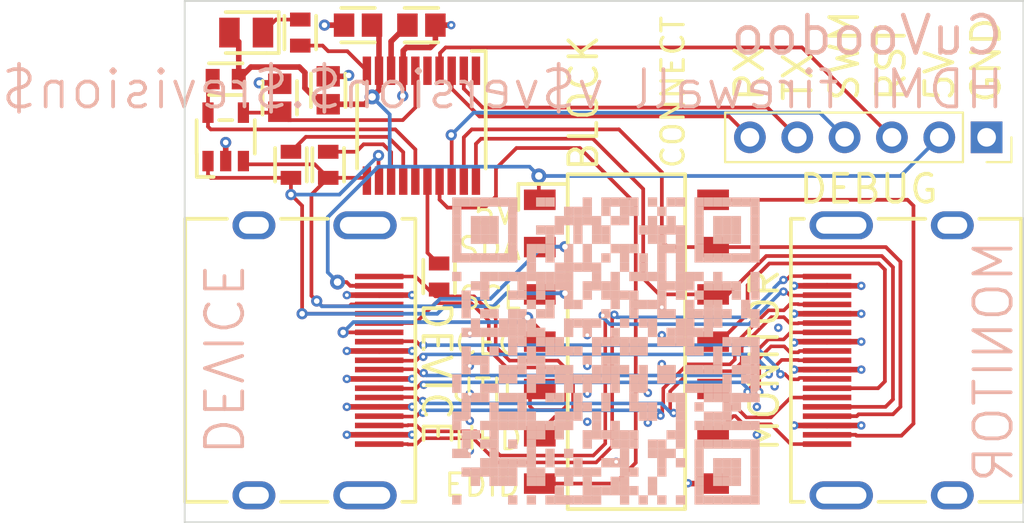
<source format=kicad_pcb>
(kicad_pcb (version 20211014) (generator pcbnew)

  (general
    (thickness 1.59)
  )

  (paper "A4")
  (title_block
    (date "$date$")
    (rev "$version$.$revision$")
    (company "CuVoodoo")
    (comment 1 "King Kévin")
    (comment 2 "CERN-OHL-S")
  )

  (layers
    (0 "F.Cu" signal)
    (1 "In1.Cu" power)
    (2 "In2.Cu" power)
    (31 "B.Cu" signal)
    (33 "F.Adhes" user "F.Adhesive")
    (35 "F.Paste" user)
    (36 "B.SilkS" user "B.Silkscreen")
    (37 "F.SilkS" user "F.Silkscreen")
    (38 "B.Mask" user)
    (39 "F.Mask" user)
    (44 "Edge.Cuts" user)
    (45 "Margin" user)
    (46 "B.CrtYd" user "B.Courtyard")
    (47 "F.CrtYd" user "F.Courtyard")
    (48 "B.Fab" user)
    (49 "F.Fab" user)
  )

  (setup
    (stackup
      (layer "F.SilkS" (type "Top Silk Screen") (color "White"))
      (layer "F.Paste" (type "Top Solder Paste"))
      (layer "F.Mask" (type "Top Solder Mask") (color "Green") (thickness 0.01))
      (layer "F.Cu" (type "copper") (thickness 0.035))
      (layer "dielectric 1" (type "core") (thickness 0.2) (material "FR4") (epsilon_r 4.6) (loss_tangent 0.02))
      (layer "In1.Cu" (type "copper") (thickness 0.0175))
      (layer "dielectric 2" (type "prepreg") (thickness 1.065) (material "FR4") (epsilon_r 4.6) (loss_tangent 0.02))
      (layer "In2.Cu" (type "copper") (thickness 0.0175))
      (layer "dielectric 3" (type "core") (thickness 0.2) (material "FR4") (epsilon_r 4.6) (loss_tangent 0.02))
      (layer "B.Cu" (type "copper") (thickness 0.035))
      (layer "B.Mask" (type "Bottom Solder Mask") (color "Green") (thickness 0.01))
      (layer "B.SilkS" (type "Bottom Silk Screen") (color "White"))
      (copper_finish "None")
      (dielectric_constraints yes)
    )
    (pad_to_mask_clearance 0)
    (pcbplotparams
      (layerselection 0x00010fc_ffffffff)
      (disableapertmacros false)
      (usegerberextensions false)
      (usegerberattributes true)
      (usegerberadvancedattributes true)
      (creategerberjobfile true)
      (svguseinch false)
      (svgprecision 6)
      (excludeedgelayer true)
      (plotframeref false)
      (viasonmask false)
      (mode 1)
      (useauxorigin false)
      (hpglpennumber 1)
      (hpglpenspeed 20)
      (hpglpendiameter 15.000000)
      (dxfpolygonmode true)
      (dxfimperialunits true)
      (dxfusepcbnewfont true)
      (psnegative false)
      (psa4output false)
      (plotreference true)
      (plotvalue true)
      (plotinvisibletext false)
      (sketchpadsonfab false)
      (subtractmaskfromsilk false)
      (outputformat 1)
      (mirror false)
      (drillshape 1)
      (scaleselection 1)
      (outputdirectory "")
    )
  )

  (net 0 "")
  (net 1 "GND")
  (net 2 "Net-(C1-Pad2)")
  (net 3 "+5V")
  (net 4 "/EEPROM")
  (net 5 "/D2+")
  (net 6 "/D2-")
  (net 7 "/D1+")
  (net 8 "/D1-")
  (net 9 "/D0+")
  (net 10 "/D0-")
  (net 11 "/CK+")
  (net 12 "/CK-")
  (net 13 "/CEC")
  (net 14 "/HEAC_D+")
  (net 15 "/SCL")
  (net 16 "/SDA")
  (net 17 "/HEAC_D-")
  (net 18 "Net-(J2-Pad13)")
  (net 19 "/HEAC_M+")
  (net 20 "/SCL_M")
  (net 21 "/SDA_M")
  (net 22 "Net-(J2-Pad18)")
  (net 23 "/HEAC_M-")
  (net 24 "/RST")
  (net 25 "/SWIM")
  (net 26 "/TX")
  (net 27 "/RX")
  (net 28 "/PRES")
  (net 29 "Net-(R4-Pad1)")
  (net 30 "/WP")
  (net 31 "/EDID")
  (net 32 "unconnected-(U1-Pad1)")
  (net 33 "unconnected-(U1-Pad5)")
  (net 34 "Net-(R4-Pad2)")
  (net 35 "/SDA_PU")
  (net 36 "/SCL_PU")

  (footprint "qeda:UC1608X55N" (layer "F.Cu") (at 55.5 64.5 180))

  (footprint "qeda:CONNECTOR_HDMI-001S" (layer "F.Cu") (at 86.5 75 -90))

  (footprint "qeda:CAPC1608X92N" (layer "F.Cu") (at 55.5 60.5))

  (footprint "qeda:SOP254P976X355-14N" (layer "F.Cu") (at 71.5 74))

  (footprint "qeda:CONNECTOR_HDMI-001S" (layer "F.Cu") (at 54 75 90))

  (footprint "qeda:LEDC2012X80N" (layer "F.Cu") (at 51.1 57.4 -90))

  (footprint "qeda:SOT95P280X125-5N" (layer "F.Cu") (at 50 63 90))

  (footprint "qeda:UC1608X55N" (layer "F.Cu") (at 50 59.9 90))

  (footprint "qeda:CAPC1608X92N" (layer "F.Cu") (at 57.1 57 90))

  (footprint "qeda:UC1608X55N" (layer "F.Cu") (at 53.5 64.5 180))

  (footprint "qeda:CAPC1608X92N" (layer "F.Cu") (at 52.9 60.9))

  (footprint "qeda:SOP65P640X120-20N" (layer "F.Cu") (at 60.5 62.4 -90))

  (footprint "Connector_PinSocket_2.54mm:PinSocket_1x06_P2.54mm_Vertical" (layer "F.Cu") (at 90.825 63.025 -90))

  (footprint "qeda:UC1608X55N" (layer "F.Cu") (at 61.45 70.5 180))

  (footprint "qeda:CAPC1608X92N" (layer "F.Cu") (at 60.5 57 -90))

  (footprint "qeda:UC1608X55N" (layer "F.Cu") (at 54 57.4 180))

  (footprint "custom:qr" (layer "B.Cu") (at 70.4 74.5 180))

  (gr_rect (start 47.8 55.7) (end 92.8 83.7) (layer "Edge.Cuts") (width 0.1) (fill none) (tstamp f0146902-4434-4b0f-b356-212cd68fedb2))
  (gr_text "DEVICE" (at 49.8 74.95 270) (layer "B.SilkS") (tstamp 2c597ce7-f11b-4c21-aadd-c78376cd4545)
    (effects (font (size 2 2) (thickness 0.2)) (justify mirror))
  )
  (gr_text "HDMI firewall v$version$.$revision$" (at 91.9 60.45) (layer "B.SilkS") (tstamp 47d2de52-f49e-423a-b420-37362595aee9)
    (effects (font (size 2 2) (thickness 0.2)) (justify left mirror))
  )
  (gr_text "MONITOR" (at 91.2 75.05 90) (layer "B.SilkS") (tstamp b7a9cebd-bbc2-4903-8147-14f38735f3a2)
    (effects (font (size 2 2) (thickness 0.2)) (justify mirror))
  )
  (gr_text "CuVoodoo" (at 91.85 57.55) (layer "B.SilkS") (tstamp e33f2640-6147-4605-84c4-295ca3d1c887)
    (effects (font (size 2 2) (thickness 0.25)) (justify left mirror))
  )
  (gr_text "TX" (at 80.7 61.2 90) (layer "F.SilkS") (tstamp 0c5f848f-0019-403a-82c9-a37b1ed1c370)
    (effects (font (size 1.5 1.5) (thickness 0.2)) (justify left))
  )
  (gr_text "5V" (at 88.3 61.2 90) (layer "F.SilkS") (tstamp 1cdc715f-35da-4031-90b3-2b1ff424be14)
    (effects (font (size 1.5 1.5) (thickness 0.2)) (justify left))
  )
  (gr_text "HPD" (at 66 79.2) (layer "F.SilkS") (tstamp 2763916d-9ecc-4556-9441-121441775248)
    (effects (font (size 1.2 1.2) (thickness 0.16)) (justify right))
  )
  (gr_text "EDID" (at 65.9 81.7) (layer "F.SilkS") (tstamp 4dee5168-4f51-483e-9d9a-37d92ae901ea)
    (effects (font (size 1.2 1.2) (thickness 0.16)) (justify right))
  )
  (gr_text "SDA" (at 65.95 69) (layer "F.SilkS") (tstamp 5dfa2e7f-530f-44ae-905f-bddb3d619752)
    (effects (font (size 1.2 1.2) (thickness 0.16)) (justify right))
  )
  (gr_text "MONITOR" (at 78.9 75 90) (layer "F.SilkS") (tstamp 6d59aa18-c021-422f-ad9f-81837e6c0b48)
    (effects (font (size 1.5 1.5) (thickness 0.2)))
  )
  (gr_text "RST" (at 85.7 61.2 90) (layer "F.SilkS") (tstamp 740fd393-eab6-46ac-8b63-b338c8b36286)
    (effects (font (size 1.5 1.5) (thickness 0.2)) (justify left))
  )
  (gr_text "DEBUG" (at 84.5 65.8) (layer "F.SilkS") (tstamp 79d2f178-b18d-4243-b1f9-3a0821e998d8)
    (effects (font (size 1.5 1.5) (thickness 0.2)))
  )
  (gr_text "GND" (at 90.8 61.3 90) (layer "F.SilkS") (tstamp 83c32e93-ec61-4fc4-bcb8-11c9d1bb60e5)
    (effects (font (size 1.5 1.5) (thickness 0.2)) (justify left))
  )
  (gr_text "BLOCK" (at 69.2 57.4 90) (layer "F.SilkS") (tstamp 83fbe59b-a59c-4098-8d1f-4a61a45b5486)
    (effects (font (size 1.5 1.5) (thickness 0.2)) (justify right))
  )
  (gr_text "SCL" (at 65.95 71.65) (layer "F.SilkS") (tstamp 89c8a35d-3c44-4e2a-86f8-0957371e37cd)
    (effects (font (size 1.2 1.2) (thickness 0.16)) (justify right))
  )
  (gr_text "UTIL" (at 65.9 76.6) (layer "F.SilkS") (tstamp 98de9a7e-656d-4135-8bd0-809035f2e3a3)
    (effects (font (size 1.2 1.2) (thickness 0.16)) (justify right))
  )
  (gr_text "CEC" (at 65.9 74.1) (layer "F.SilkS") (tstamp ad6729fb-9aa4-42bf-afee-63f6d49c5850)
    (effects (font (size 1.2 1.2) (thickness 0.16)) (justify right))
  )
  (gr_text "5V" (at 65.6 67.1) (layer "F.SilkS") (tstamp c9706b15-2062-431c-a6e4-3d87a8073382)
    (effects (font (size 1.2 1.2) (thickness 0.16)) (justify right))
  )
  (gr_text "CONNECT" (at 74 56.4 90) (layer "F.SilkS") (tstamp d6e6acfd-ff08-405f-83ab-b581ecd673c2)
    (effects (font (size 1.2 1.2) (thickness 0.17)) (justify right))
  )
  (gr_text "RX" (at 78.1 61.2 90) (layer "F.SilkS") (tstamp dcc49d98-631a-4b1e-8436-6b22799f4a51)
    (effects (font (size 1.5 1.5) (thickness 0.2)) (justify left))
  )
  (gr_text "SWM" (at 83.2 61.2 90) (layer "F.SilkS") (tstamp ef25fc1a-2019-46ad-a259-cfd9f82b52be)
    (effects (font (size 1.5 1.5) (thickness 0.2)) (justify left))
  )
  (gr_text "DEVICE" (at 61.3 75.7 270) (layer "F.SilkS") (tstamp fe79ef0f-61de-44d4-bd3f-a04037e674f7)
    (effects (font (size 1.5 1.5) (thickness 0.2)))
  )

  (segment (start 82.265 71) (end 80.5 71) (width 0.3) (layer "F.Cu") (net 1) (tstamp 030ef409-0b8b-4748-b7c1-c06cdcec382f))
  (segment (start 60 77.5) (end 58.235 77.5) (width 0.3) (layer "F.Cu") (net 1) (tstamp 13c513c0-2797-4fab-bb0b-631564f96e84))
  (segment (start 80.55 74) (end 80.5 74.05) (width 0.3) (layer "F.Cu") (net 1) (tstamp 199862ed-46c9-48b0-9a34-16f964f2b67c))
  (segment (start 82.265 71) (end 84.1 71) (width 0.3) (layer "F.Cu") (net 1) (tstamp 1e105fb8-f4a3-46ed-ab85-cfbb820f701a))
  (segment (start 74.82 81.62) (end 74.8 81.6) (width 0.3) (layer "F.Cu") (net 1) (tstamp 208199e5-c54a-41a6-b035-22d52b6c168a))
  (segment (start 50 63.2995) (end 50 64.3) (width 0.3) (layer "F.Cu") (net 1) (tstamp 2193d0a3-b7b4-4a80-a96b-136af4a59e88))
  (segment (start 82.265 78.5) (end 84.1 78.5) (width 0.3) (layer "F.Cu") (net 1) (tstamp 31b28111-e171-4187-9ddf-202037d12ca1))
  (segment (start 82.265 75.5) (end 84.1 75.5) (width 0.3) (layer "F.Cu") (net 1) (tstamp 437cd497-cd5a-408b-83c2-96d66eaa34e9))
  (segment (start 82.265 72.5) (end 84.1 72.5) (width 0.3) (layer "F.Cu") (net 1) (tstamp 4b8b41b0-d4b5-4613-be35-772c57e0a873))
  (segment (start 82.265 74) (end 80.55 74) (width 0.3) (layer "F.Cu") (net 1) (tstamp 4c575d4c-696c-425d-9ff8-04beb7aed8cd))
  (segment (start 59.525 59.45) (end 59.525 58.375) (width 0.3) (layer "F.Cu") (net 1) (tstamp 50f3dbc0-dcd1-49ce-be73-b6c0fc235910))
  (segment (start 58.235 74.5) (end 56.5 74.5) (width 0.3) (layer "F.Cu") (net 1) (tstamp 5608f937-7766-49ea-9dcf-ba5101e43643))
  (segment (start 51.8 60.1) (end 52.85 60.1) (width 0.3) (layer "F.Cu") (net 1) (tstamp 6b397ab1-e628-4c72-83d8-b1288892959b))
  (segment (start 56.35 57) (end 55.3 57) (width 0.3) (layer "F.Cu") (net 1) (tstamp 7224f935-2b1e-4853-ab3d-ec18434c4d49))
  (segment (start 76.15 81.62) (end 74.82 81.62) (width 0.3) (layer "F.Cu") (net 1) (tstamp 747073eb-53e7-442f-9534-47a84da741fb))
  (segment (start 82.265 75.5) (end 80.5 75.5) (width 0.3) (layer "F.Cu") (net 1) (tstamp 7604004b-c093-4f13-ba1c-ec520e3d57e9))
  (segment (start 59.525 60.775) (end 59.5 60.8) (width 0.3) (layer "F.Cu") (net 1) (tstamp 7bb9ca4c-2376-4301-ac85-8dfb184f1409))
  (segment (start 80.5 78.5) (end 82.265 78.5) (width 0.3) (layer "F.Cu") (net 1) (tstamp 7defaae6-a866-44cd-a66f-77359d319367))
  (segment (start 60.975 58.2) (end 61.25 57.925) (width 0.3) (layer "F.Cu") (net 1) (tstamp 8408ed7e-8be3-4326-a851-d3679c0c239f))
  (segment (start 59.525 58.375) (end 59.7 58.2) (width 0.3) (layer "F.Cu") (net 1) (tstamp 86915918-b97e-4b3e-97cc-e24017dd1c70))
  (segment (start 56.55 59.75) (end 56.6 59.7) (width 0.3) (layer "F.Cu") (net 1) (tstamp 9cda6968-9ac5-4583-8582-66a8f899df40))
  (segment (start 58.235 76) (end 56.5 76) (width 0.3) (layer "F.Cu") (net 1) (tstamp a007faf4-14b9-4ecd-b115-e2dddc697411))
  (segment (start 59.525 59.45) (end 59.525 60.775) (width 0.3) (layer "F.Cu") (net 1) (tstamp a36cd402-add7-4dd1-857e-e36b6dd11d94))
  (segment (start 82.265 74) (end 84.1 74) (width 0.3) (layer "F.Cu") (net 1) (tstamp ae7bd550-8e0d-4f62-b9b7-a7df709bb3ba))
  (segment (start 58.235 71.5) (end 60 71.5) (width 0.3) (layer "F.Cu") (net 1) (tstamp b597e2cc-ba82-48ef-9f7b-8d2f14850382))
  (segment (start 58.235 77.5) (end 56.5 77.5) (width 0.3) (layer "F.Cu") (net 1) (tstamp b796e7ba-75e9-4204-bfd0-7de2ee636f1c))
  (segment (start 58.235 74.5) (end 60 74.5) (width 0.3) (layer "F.Cu") (net 1) (tstamp b8261154-629a-4363-bb06-420b6c604c2f))
  (segment (start 60 79) (end 58.235 79) (width 0.3) (layer "F.Cu") (net 1) (tstamp b909327e-a584-45b5-84ed-0ad275fbc7e2))
  (segment (start 52.85 60.1) (end 52.9 60.15) (width 0.3) (layer "F.Cu") (net 1) (tstamp c5e86747-df53-44be-9d8b-90dcbc7bdf55))
  (segment (start 58.235 79) (end 56.5 79) (width 0.3) (layer "F.Cu") (net 1) (tstamp c76c9861-8233-4ce5-823b-3b9b2d7ab6b6))
  (segment (start 80.5 72.5) (end 82.265 72.5) (width 0.3) (layer "F.Cu") (net 1) (tstamp d07bf469-9c65-4e19-abdc-0e9808d255b5))
  (segment (start 60 76) (end 58.235 76) (width 0.3) (layer "F.Cu") (net 1) (tstamp d5a0d335-4cc3-4ce4-b512-7d024da7957a))
  (segment (start 59.7 58.2) (end 60.975 58.2) (width 0.3) (layer "F.Cu") (net 1) (tstamp d91b20e8-f33e-4183-beb3-646ad59a49a8))
  (segment (start 61.25 57) (end 62.1 57) (width 0.3) (layer "F.Cu") (net 1) (tstamp d9725666-0875-4877-9d05-00d5774ed91f))
  (segment (start 55.5 59.75) (end 56.55 59.75) (width 0.3) (layer "F.Cu") (net 1) (tstamp f0cc7b16-52e7-457e-b47f-e58c1012676e))
  (segment (start 61.25 57.925) (end 61.25 57) (width 0.3) (layer "F.Cu") (net 1) (tstamp f692ec31-966c-401e-8cb0-a7d4cc8e9115))
  (segment (start 58.235 71.5) (end 56.5 71.5) (width 0.3) (layer "F.Cu") (net 1) (tstamp fa5b9160-84c1-4398-a844-8dcce0b20d5a))
  (via (at 50 63.2995) (size 0.6) (drill 0.3) (layers "F.Cu" "B.Cu") (free) (net 1) (tstamp 12081a9e-2f61-4cfe-ab22-dd2f30c7841e))
  (via (at 78.5 77.5) (size 0.45) (drill 0.2) (layers "F.Cu" "B.Cu") (free) (net 1) (tstamp 13156a3b-ca30-43a7-a050-d574dd9061e1))
  (via (at 62.1 57) (size 0.45) (drill 0.2) (layers "F.Cu" "B.Cu") (net 1) (tstamp 16e0912b-6a18-4646-97c1-839bd44a3cf4))
  (via (at 56.5 71.5) (size 0.45) (drill 0.2) (layers "F.Cu" "B.Cu") (free) (net 1) (tstamp 1b5b5bad-4c27-4249-af50-2541dad5fa2c))
  (via (at 60 74.5) (size 0.45) (drill 0.2) (layers "F.Cu" "B.Cu") (free) (net 1) (tstamp 1c5e9f0d-68d2-4c12-a5e8-48104048e35c))
  (via (at 84.1 72.5) (size 0.45) (drill 0.2) (layers "F.Cu" "B.Cu") (free) (net 1) (tstamp 2198bf5f-4db5-402d-aeb9-b94b121b1a3b))
  (via (at 73.4 73.65) (size 0.45) (drill 0.2) (layers "F.Cu" "B.Cu") (free) (net 1) (tstamp 230b25cc-e2aa-41e0-8891-08c9246b82d6))
  (via (at 56.5 76) (size 0.45) (drill 0.2) (layers "F.Cu" "B.Cu") (free) (net 1) (tstamp 25915e41-795d-42e2-abd2-cf64c0e69c20))
  (via (at 78.5 79) (size 0.45) (drill 0.2) (layers "F.Cu" "B.Cu") (free) (net 1) (tstamp 2ef38574-8043-4097-a6fd-ae69406945f3))
  (via (at 73.4 72.15) (size 0.45) (drill 0.2) (layers "F.Cu" "B.Cu") (free) (net 1) (tstamp 311d7601-769e-4dd5-9372-55a086801313))
  (via (at 84.1 78.5) (size 0.45) (drill 0.2) (layers "F.Cu" "B.Cu") (free) (net 1) (tstamp 33799ef9-48a6-49f5-bd14-2b77e65dcf1d))
  (via (at 51.8 60.1) (size 0.6) (drill 0.3) (layers "F.Cu" "B.Cu") (free) (net 1) (tstamp 347577e0-c630-401a-8420-cfbd75e39d61))
  (via (at 56.6 59.7) (size 0.6) (drill 0.3) (layers "F.Cu" "B.Cu") (free) (net 1) (tstamp 3b02b579-c5bf-4f96-a5af-89f4da112641))
  (via (at 80.5 71) (size 0.45) (drill 0.2) (layers "F.Cu" "B.Cu") (free) (net 1) (tstamp 3df18c45-3271-407e-96f6-36c1cc3c2a8f))
  (via (at 70.95 80.45) (size 0.45) (drill 0.2) (layers "F.Cu" "B.Cu") (free) (net 1) (tstamp 49e2fa09-97e2-4d2f-aa19-0cf1a58f3c7a))
  (via (at 73.4 75.20517) (size 0.45) (drill 0.2) (layers "F.Cu" "B.Cu") (free) (net 1) (tstamp 52e50b84-bed4-4e6a-9afe-d8affbbe8324))
  (via (at 79.65 73.25) (size 0.45) (drill 0.2) (layers "F.Cu" "B.Cu") (free) (net 1) (tstamp 5ad761ca-5dda-460b-83ba-4ff93d01ab7f))
  (via (at 59.5 60.8) (size 0.6) (drill 0.3) (layers "F.Cu" "B.Cu") (free) (net 1) (tstamp 5afe85f4-f78a-4e0f-be10-eba839eb97a1))
  (via (at 56.5 77.5) (size 0.45) (drill 0.2) (layers "F.Cu" "B.Cu") (free) (net 1) (tstamp 5d73ed84-2da5-4113-943d-b00923919726))
  (via (at 55.3 57) (size 0.6) (drill 0.3) (layers "F.Cu" "B.Cu") (free) (net 1) (tstamp 5e097d90-6160-43db-b00e-feab04f18309))
  (via (at 60 79) (size 0.45) (drill 0.2) (layers "F.Cu" "B.Cu") (free) (net 1) (tstamp 60e564b8-f8ff-45bd-ad02-02ecbad1743b))
  (via (at 80.5 78.5) (size 0.45) (drill 0.2) (layers "F.Cu" "B.Cu") (free) (net 1) (tstamp 60fbf618-acc9-4b1b-9b1b-c511379d9387))
  (via (at 69.4 76.79483) (size 0.45) (drill 0.2) (layers "F.Cu" "B.Cu") (free) (net 1) (tstamp 7eaafd7e-21f6-440f-b525-a59e0522084f))
  (via (at 84.1 74) (size 0.45) (drill 0.2) (layers "F.Cu" "B.Cu") (free) (net 1) (tstamp 81d08eb9-eff3-44f2-b81a-11643210ae93))
  (via (at 63.1 73.55) (size 0.45) (drill 0.2) (layers "F.Cu" "B.Cu") (free) (net 1) (tstamp 8b15f369-8d44-420a-92b5-c5a407a299f3))
  (via (at 72.65 78.35) (size 0.45) (drill 0.2) (layers "F.Cu" "B.Cu") (free) (net 1) (tstamp 8d22862b-de61-4fb8-b9f7-aacd7849072f))
  (via (at 80.5 72.5) (size 0.45) (drill 0.2) (layers "F.Cu" "B.Cu") (free) (net 1) (tstamp 8d370db9-a62f-447f-83e6-7736291ea0c5))
  (via (at 69.4 73.65) (size 0.45) (drill 0.2) (layers "F.Cu" "B.Cu") (free) (net 1) (tstamp 8dff5c54-6793-4630-8415-f111e79951ff))
  (via (at 69.4 78.3) (size 0.45) (drill 0.2) (layers "F.Cu" "B.Cu") (free) (net 1) (tstamp 9d3e06e5-3c3f-4f9f-9eeb-1eb5d42fe85f))
  (via (at 72.65 76.75) (size 0.45) (drill 0.2) (layers "F.Cu" "B.Cu") (free) (net 1) (tstamp 9fdb9a90-712c-434a-af63-c0c7625daf38))
  (via (at 63.1 79.85) (size 0.45) (drill 0.2) (layers "F.Cu" "B.Cu") (free) (net 1) (tstamp a510673f-d202-4062-8a2b-ef224cbcc369))
  (via (at 63.1 76.8) (size 0.45) (drill 0.2) (layers "F.Cu" "B.Cu") (free) (net 1) (tstamp a7f41697-57ed-4434-893b-c2c5d3b2644d))
  (via (at 69.4 75.29483) (size 0.45) (drill 0.2) (layers "F.Cu" "B.Cu") (free) (net 1) (tstamp ae5eceff-6820-4ae8-9a22-39b968883ac8))
  (via (at 56.5 74.5) (size 0.45) (drill 0.2) (layers "F.Cu" "B.Cu") (free) (net 1) (tstamp aec6c0cc-f3d8-4468-a024-36d4c392eead))
  (via (at 84.1 71) (size 0.45) (drill 0.2) (layers "F.Cu" "B.Cu") (free) (net 1) (tstamp b267e1f3-893f-4400-952a-76802bd4a6c6))
  (via (at 56.5 79) (size 0.45) (drill 0.2) (layers "F.Cu" "B.Cu") (free) (net 1) (tstamp b47714ce-d7cd-4b5d-b81c-4b0762667678))
  (via (at 60 77.5) (size 0.45) (drill 0.2) (layers "F.Cu" "B.Cu") (free) (net 1) (tstamp ba294fbe-c7a4-4d56-ae9d-5926e77ea062))
  (via (at 60 71.5) (size 0.45) (drill 0.2) (layers "F.Cu" "B.Cu") (free) (net 1) (tstamp bddc7151-0248-4511-a07e-af73a6a2f1ca))
  (via (at 84.1 75.5) (size 0.45) (drill 0.2) (layers "F.Cu" "B.Cu") (free) (net 1) (tstamp be1ce85c-d12a-41cd-8769-b083485f97e5))
  (via (at 80.5 74.05) (size 0.45) (drill 0.2) (layers "F.Cu" "B.Cu") (free) (net 1) (tstamp c3f6502e-b8d4-4645-a60f-22ebde1d6659))
  (via (at 79.45 76.4) (size 0.45) (drill 0.2) (layers "F.Cu" "B.Cu") (free) (net 1) (tstamp cc9340a7-45be-4f1e-b464-6ee8773fc97b))
  (via (at 60 76) (size 0.45) (drill 0.2) (layers "F.Cu" "B.Cu") (free) (net 1) (tstamp d521dab0-da72-440b-b930-1c6f2dcb7c45))
  (via (at 63.1 75.3) (size 0.45) (drill 0.2) (layers "F.Cu" "B.Cu") (free) (net 1) (tstamp d694ed74-4d5e-45d9-8d08-dd40bf37bae5))
  (via (at 63.1 78.25) (size 0.45) (drill 0.2) (layers "F.Cu" "B.Cu") (free) (net 1) (tstamp df853400-e04f-45ba-bd61-169414949bf4))
  (via (at 80.5 75.5) (size 0.45) (drill 0.2) (layers "F.Cu" "B.Cu") (free) (net 1) (tstamp ee679fbd-8e84-4712-b231-64c221cbec70))
  (via (at 74.8 81.6) (size 0.45) (drill 0.2) (layers "F.Cu" "B.Cu") (net 1) (tstamp f7210ace-0e6f-441b-a219-7c25cfc1a7ea))
  (segment (start 58.875 57.875) (end 59.75 57) (width 0.3) (layer "F.Cu") (net 2) (tstamp 6c91f2bb-88f9-4f11-8d5d-5896eff968b8))
  (segment (start 58.875 59.45) (end 58.875 57.875) (width 0.3) (layer "F.Cu") (net 2) (tstamp c4752bdf-7c9d-4191-bb56-ae6be4218696))
  (segment (start 66.8 65.1) (end 66.8 66.33) (width 0.2) (layer "F.Cu") (net 3) (tstamp 01d5179b-61d2-499b-ae1e-127b6a941bc5))
  (segment (start 54.25 59.55) (end 53.95 59.25) (width 0.3) (layer "F.Cu") (net 3) (tstamp 0a314d9d-8c2a-490f-91d4-690112625638))
  (segment (start 55.125 61.25) (end 55.5 61.25) (width 0.3) (layer "F.Cu") (net 3) (tstamp 2742e224-5d7c-4e39-8cdd-aa49b9adc5bf))
  (segment (start 57.85625 60.85625) (end 58.225 60.4875) (width 0.3) (layer "F.Cu") (net 3) (tstamp 2a485400-8544-4dae-a452-99f632bc6a21))
  (segment (start 55.5 61.25) (end 57.4625 61.25) (width 0.3) (layer "F.Cu") (net 3) (tstamp 58c97d0a-b0bf-4854-b82d-43d7b14a81cf))
  (segment (start 58.235 71) (end 56.8 71) (width 0.2) (layer "F.Cu") (net 3) (tstamp 60af9a9f-15a8-4189-ab55-bfe058806db6))
  (segment (start 50.7 57.9) (end 50.2 57.4) (width 0.3) (layer "F.Cu") (net 3) (tstamp 70cb0b29-e050-42da-b908-decb7e6a0f6d))
  (segment (start 57.4625 61.25) (end 57.85625 60.85625) (width 0.3) (layer "F.Cu") (net 3) (tstamp 799c226c-398c-4a08-a911-6cfb8e0a5cbe))
  (segment (start 56.685 71) (end 56.485 70.8) (width 0.2) (layer "F.Cu") (net 3) (tstamp 7e1d0b54-2a2b-4bbb-aab5-193fac26aa28))
  (segment (start 54.25 60.375) (end 54.25 59.55) (width 0.3) (layer "F.Cu") (net 3) (tstamp 89f5bef0-dec9-4289-99a1-fbe199055e5c))
  (segment (start 66.8 66.33) (end 66.85 66.38) (width 0.2) (layer "F.Cu") (net 3) (tstamp b07d96ee-ad63-4600-8684-1afdb45169d4))
  (segment (start 56.485 70.8) (end 56 70.8) (width 0.2) (layer "F.Cu") (net 3) (tstamp b7fd8065-0176-433f-8ef3-badfd743f143))
  (segment (start 58.225 59.45) (end 58.225 57.375) (width 0.3) (layer "F.Cu") (net 3) (tstamp cfa9de47-9837-4aaf-9a58-57bbaedb290d))
  (segment (start 50.7 59.9) (end 51.35 59.25) (width 0.3) (layer "F.Cu") (net 3) (tstamp dc0bc408-0143-4e6f-aeae-d59db0cbef5e))
  (segment (start 58.225 57.375) (end 57.85 57) (width 0.3) (layer "F.Cu") (net 3) (tstamp e0ad777a-5f39-4a2d-b84d-8f45fa1117e0))
  (segment (start 51.35 59.25) (end 53.95 59.25) (width 0.3) (layer "F.Cu") (net 3) (tstamp ebf458c4-6330-48f3-962e-86ae0e9e132d))
  (segment (start 58.225 60.4875) (end 58.225 59.45) (width 0.3) (layer "F.Cu") (net 3) (tstamp f014c351-bb7c-4a6f-8f15-c91a11bf8d9b))
  (segment (start 56.8 71) (end 56.685 71) (width 0.2) (layer "F.Cu") (net 3) (tstamp f21c16b1-73c3-4db2-982b-0edd61ad1e27))
  (segment (start 54.25 60.375) (end 55.125 61.25) (width 0.3) (layer "F.Cu") (net 3) (tstamp f829dd0e-709e-4965-902e-e4128d91c9ca))
  (segment (start 50.7 59.9) (end 50.7 57.9) (width 0.3) (layer "F.Cu") (net 3) (tstamp f9529e59-fc90-4c69-b122-a7dda4c1f33f))
  (via (at 57.85625 60.85625) (size 0.8) (drill 0.4) (layers "F.Cu" "B.Cu") (net 3) (tstamp 1a8805c9-ca76-460d-b226-d86aa3bcba6e))
  (via (at 56 70.8) (size 0.8) (drill 0.4) (layers "F.Cu" "B.Cu") (remove_unused_layers) (net 3) (tstamp 67996be3-9c22-4f3b-85cf-42e16608008a))
  (via (at 66.8 65.1) (size 0.8) (drill 0.4) (layers "F.Cu" "B.Cu") (net 3) (tstamp c6c4f6bc-b420-494c-8c0a-2fdcb2abc42b))
  (segment (start 55.475 70.275) (end 55.475 67.315076) (width 0.2) (layer "B.Cu") (net 3) (tstamp 25e73088-98ec-4de1-98af-8cf88be2fb53))
  (segment (start 58.8 61.8) (end 58.8 64.6) (width 0.2) (layer "B.Cu") (net 3) (tstamp 3254e77e-45e0-4d45-bf36-94d842b6e069))
  (segment (start 55.475 67.315076) (end 58.190076 64.6) (width 0.2) (layer "B.Cu") (net 3) (tstamp 3a16ff34-1f4d-4ae1-8543-6c090953abba))
  (segment (start 58.448529 64.6) (end 58.8 64.6) (width 0.2) (layer "B.Cu") (net 3) (tstamp 46403fb9-ceaf-4897-bf4b-0645118fd67d))
  (segment (start 86.21 65.1) (end 88.285 63.025) (width 0.2) (layer "B.Cu") (net 3) (tstamp 55e1e58a-12e0-4529-985f-c4648230700e))
  (segment (start 58.190076 64.6) (end 58.448529 64.6) (width 0.2) (layer "B.Cu") (net 3) (tstamp 7f92703e-6cd0-49d8-9045-d274b390b548))
  (segment (start 56 70.8) (end 55.475 70.275) (width 0.2) (layer "B.Cu") (net 3) (tstamp a946ae01-5f93-4e3e-b447-dccdc6526c42))
  (segment (start 57.85625 60.85625) (end 58.8 61.8) (width 0.2) (layer "B.Cu") (net 3) (tstamp c9722d09-7b4b-4044-9688-0a1375654cd7))
  (segment (start 66.3 64.6) (end 66.8 65.1) (width 0.2) (layer "B.Cu") (net 3) (tstamp cb0ee71c-ebb3-4554-9d4d-4961a668f0bc))
  (segment (start 58.8 64.6) (end 66.3 64.6) (width 0.2) (layer "B.Cu") (net 3) (tstamp d632899a-9947-4afd-89fc-d8b5924bc07f))
  (segment (start 66.8 65.1) (end 86.21 65.1) (width 0.2) (layer "B.Cu") (net 3) (tstamp f90f532b-21bf-4e95-8db8-057652d95b13))
  (segment (start 50.95 61.7) (end 52.85 61.7) (width 0.2) (layer "F.Cu") (net 4) (tstamp 27015a25-da8d-4154-be0d-a1e0228c57de))
  (segment (start 52.85 61.7) (end 52.9 61.65) (width 0.2) (layer "F.Cu") (net 4) (tstamp 46ac799c-48a2-41dc-ab78-ac56d92d7225))
  (segment (start 53.35 62.1) (end 59.5 62.1) (width 0.2) (layer "F.Cu") (net 4) (tstamp 53201500-f0a5-4892-ac85-ec1fd812e445))
  (segment (start 60.175 61.425) (end 60.175 59.45) (width 0.2) (layer "F.Cu") (net 4) (tstamp 5cefe8d4-4d81-4a51-852b-4346c2d2b862))
  (segment (start 59.5 62.1) (end 60.175 61.425) (width 0.2) (layer "F.Cu") (net 4) (tstamp 7bd99fb9-0219-4d9f-bd1b-37880b85a750))
  (segment (start 52.9 61.65) (end 53.35 62.1) (width 0.2) (layer "F.Cu") (net 4) (tstamp cfbab783-140e-400c-bf09-fb8f19029317))
  (segment (start 70.85 72.551815) (end 70.734785 72.66703) (width 0.19177) (layer "F.Cu") (net 5) (tstamp 001c6f3c-65b8-410a-a2cc-d09cd978da7a))
  (segment (start 81.115 70.5) (end 81.094115 70.479115) (width 0.19177) (layer "F.Cu") (net 5) (tstamp 061885af-3b9e-4f08-ade6-dedf770b373f))
  (segment (start 60.215758 79.520885) (end 59.784242 79.520885) (width 0.19177) (layer "F.Cu") (net 5) (tstamp 331e3d4f-5ff2-43b3-94d6-8148a6238b7a))
  (segment (start 69.876541 80.484785) (end 64.573459 80.484785) (width 0.19177) (layer "F.Cu") (net 5) (tstamp 3a518b97-56d7-4841-996e-6ac21b5e8f61))
  (segment (start 80.001313 70.762043) (end 79.92537 70.6861) (width 0.19177) (layer "F.Cu") (net 5) (tstamp 3cef9169-0ea5-437f-baf5-3291dc806823))
  (segment (start 59.763357 79.5) (end 58.235 79.5) (width 0.19177) (layer "F.Cu") (net 5) (tstamp 5147217f-5693-46cc-a5ef-83c4c74a2804))
  (segment (start 70.734785 72.66703) (end 70.734785 79.626541) (width 0.19177) (layer "F.Cu") (net 5) (tstamp 5f3adc0c-b92f-4477-a557-641970c5ae7b))
  (segment (start 80.284242 70.479115) (end 80.001313 70.762043) (width 0.19177) (layer "F.Cu") (net 5) (tstamp 6ae0661f-a6ea-457c-919b-91a8cd2d0db0))
  (segment (start 59.784242 79.520885) (end 59.763357 79.5) (width 0.19177) (layer "F.Cu") (net 5) (tstamp 81366be3-e5f2-4c2f-a70e-99ebc7b1967c))
  (segment (start 60.551858 79.184785) (end 60.215758 79.520885) (width 0.19177) (layer "F.Cu") (net 5) (tstamp 8fd20285-2d69-4958-8865-d3400cca5a20))
  (segment (start 64.573459 80.484785) (end 63.273459 79.184785) (width 0.19177) (layer "F.Cu") (net 5) (tstamp ac1b9af8-505d-4116-81b5-34ddbacc9672))
  (segment (start 82.265 70.5) (end 81.115 70.5) (width 0.19177) (layer "F.Cu") (net 5) (tstamp d3e3f7b7-20fe-4acb-b72c-b08208f4c365))
  (segment (start 63.273459 79.184785) (end 60.551858 79.184785) (width 0.19177) (layer "F.Cu") (net 5) (tstamp d463e7ef-2321-4c7a-b8d3-ff911c49cc5c))
  (segment (start 81.094115 70.479115) (end 80.284242 70.479115) (width 0.19177) (layer "F.Cu") (net 5) (tstamp e1d1c852-9615-4e57-9294-bb02979a3a37))
  (segment (start 70.734785 79.626541) (end 69.876541 80.484785) (width 0.19177) (layer "F.Cu") (net 5) (tstamp ef1ead5c-d192-4e97-b567-fb6eb19f014a))
  (via (at 70.85 72.551815) (size 0.45) (drill 0.2) (layers "F.Cu" "B.Cu") (net 5) (tstamp 2ff4cd78-684a-4963-aea1-bc332d491c08))
  (via (at 79.92537 70.6861) (size 0.45) (drill 0.2) (layers "F.Cu" "B.Cu") (remove_unused_layers) (net 5) (tstamp e8c26f87-bb4e-4135-8dd2-c9b0ddffc1cd))
  (segment (start 70.989528 72.691343) (end 77.920127 72.691343) (width 0.19177) (layer "B.Cu") (net 5) (tstamp 0e958c1f-6f72-4ac7-bfe1-ccedfcc0dc77))
  (segment (start 79.426685 71.184785) (end 79.426685 71.107337) (width 0.19177) (layer "B.Cu") (net 5) (tstamp 4a840e44-cfaf-47fa-ae3d-422c3c883f14))
  (segment (start 79.426685 71.107337) (end 79.718807 70.815215) (width 0.19177) (layer "B.Cu") (net 5) (tstamp 8321ac20-105a-43e6-a131-b6e944488df3))
  (segment (start 70.85 72.551815) (end 70.989528 72.691343) (width 0.19177) (layer "B.Cu") (net 5) (tstamp 8c612494-1d82-4003-bc51-5f15e4349a07))
  (segment (start 79.718807 70.815215) (end 79.796255 70.815215) (width 0.19177) (layer "B.Cu") (net 5) (tstamp ada04b02-0bec-4595-85b5-6c2a53b27ceb))
  (segment (start 79.796255 70.815215) (end 79.92537 70.6861) (width 0.19177) (layer "B.Cu") (net 5) (tstamp cb55d9a9-4df1-4732-a8ac-45e4bfb52796))
  (segment (start 77.920127 72.691343) (end 79.426685 71.184785) (width 0.19177) (layer "B.Cu") (net 5) (tstamp fe3fb280-dfba-4049-9cf0-ca2c964bd92b))
  (segment (start 70.365215 72.733522) (end 70.365215 79.473459) (width 0.19177) (layer "F.Cu") (net 6) (tstamp 11d8f410-83d2-4bf0-9758-a098fd34b760))
  (segment (start 70.365215 79.473459) (end 69.723459 80.115215) (width 0.19177) (layer "F.Cu") (net 6) (tstamp 2ff5daa1-927c-47df-9b5e-88ab830eef8c))
  (segment (start 70.224006 72.592313) (end 70.365215 72.733522) (width 0.19177) (layer "F.Cu") (net 6) (tstamp 32b709fb-e51d-48c0-aac4-9aed256aadec))
  (segment (start 81.094115 71.520885) (end 80.284242 71.520885) (width 0.19177) (layer "F.Cu") (net 6) (tstamp 417bc1d1-f8f9-44dd-ad1d-96f0f7d9a780))
  (segment (start 64.726541 80.115215) (end 63.426541 78.815215) (width 0.19177) (layer "F.Cu") (net 6) (tstamp 50d2de6c-a573-4e69-9b79-48f069bdec07))
  (segment (start 60.215758 78.479115) (end 59.784242 78.479115) (width 0.19177) (layer "F.Cu") (net 6) (tstamp 68067ded-29d0-40b3-83ba-95d856d38c6c))
  (segment (start 80.001313 71.237957) (end 79.92537 71.3139) (width 0.19177) (layer "F.Cu") (net 6) (tstamp 6b88964b-5ab3-4fb8-aa6e-b68486660854))
  (segment (start 63.426541 78.815215) (end 60.551858 78.815215) (width 0.19177) (layer "F.Cu") (net 6) (tstamp 8a6cef71-1e92-4a58-9394-f330625177af))
  (segment (start 82.265 71.5) (end 81.115 71.5) (width 0.19177) (layer "F.Cu") (net 6) (tstamp b997d9dd-b60b-48d8-875a-0858a7935247))
  (segment (start 59.763357 78.5) (end 58.235 78.5) (width 0.19177) (layer "F.Cu") (net 6) (tstamp bf82f3ed-a793-47fa-ae2a-69893b589b40))
  (segment (start 81.115 71.5) (end 81.094115 71.520885) (width 0.19177) (layer "F.Cu") (net 6) (tstamp bfb50136-bae8-4ed7-9fac-52a492fe114d))
  (segment (start 59.784242 78.479115) (end 59.763357 78.5) (width 0.19177) (layer "F.Cu") (net 6) (tstamp c1ddedec-76f7-4699-9442-e9109c8c7b73))
  (segment (start 69.723459 80.115215) (end 64.726541 80.115215) (width 0.19177) (layer "F.Cu") (net 6) (tstamp d2c413e1-74b3-438a-93c5-71f3989df173))
  (segment (start 80.284242 71.520885) (end 80.001313 71.237957) (width 0.19177) (layer "F.Cu") (net 6) (tstamp f009187c-c5fd-412f-b0df-fe7d727684c0))
  (segment (start 60.551858 78.815215) (end 60.215758 78.479115) (width 0.19177) (layer "F.Cu") (net 6) (tstamp f3ea92e9-cfb0-4521-a848-ed18fe7c9414))
  (via (at 70.224006 72.592313) (size 0.45) (drill 0.2) (layers "F.Cu" "B.Cu") (net 6) (tstamp 237bd0dd-5d07-48b2-a3c0-bc92b4c12792))
  (via (at 79.92537 71.3139) (size 0.45) (drill 0.2) (layers "F.Cu" "B.Cu") (remove_unused_layers) (net 6) (tstamp e6c710b6-c1d5-46d4-8851-fcf748e2765c))
  (segment (start 70.224006 72.674006) (end 70.610913 73.060913) (width 0.19177) (layer "B.Cu") (net 6) (tstamp 323bde82-12ff-425a-97f4-15f8ae5d2b90))
  (segment (start 79.82022 71.3139) (end 79.92537 71.3139) (width 0.19177) (layer "B.Cu") (net 6) (tstamp 3b9d9266-7002-4dd3-8b38-744c81e79f13))
  (segment (start 70.610913 73.060913) (end 78.073207 73.060913) (width 0.19177) (layer "B.Cu") (net 6) (tstamp 45560172-7d91-4790-ad88-672540757589))
  (segment (start 78.073207 73.060913) (end 79.82022 71.3139) (width 0.19177) (layer "B.Cu") (net 6) (tstamp 4bc8c2da-4356-4fc5-9b5c-2a05b6ed5ae0))
  (segment (start 70.224006 72.592313) (end 70.224006 72.674006) (width 0.19177) (layer "B.Cu") (net 6) (tstamp a41d0a09-b559-4210-97f3-ace09e8b57df))
  (segment (start 77.057368 75.215215) (end 77.315215 74.957368) (width 0.19177) (layer "F.Cu") (net 7) (tstamp 03fe0f21-3ec2-45ea-a785-a15fd7b1e5e5))
  (segment (start 80.284242 71.979115) (end 80.715758 71.979115) (width 0.19177) (layer "F.Cu") (net 7) (tstamp 0d525c20-f83f-410f-9d77-16f3f67e61e1))
  (segment (start 80.715758 71.979115) (end 80.736643 72) (width 0.19177) (layer "F.Cu") (net 7) (tstamp 17e4684c-3729-4c2c-af8f-737a65d53c76))
  (segment (start 73.336271 77.971607) (end 73.423276 77.884602) (width 0.19177) (layer "F.Cu") (net 7) (tstamp 2346da15-8fa1-4f92-b337-e4f25a9d97ec))
  (segment (start 77.315215 74.123459) (end 79.123459 72.315215) (width 0.19177) (layer "F.Cu") (net 7) (tstamp 2658e8a2-52e1-4c3c-82bd-780938abc4f3))
  (segment (start 74.773459 75.215215) (end 77.057368 75.215215) (width 0.19177) (layer "F.Cu") (net 7) (tstamp 31bde03b-41a7-4f64-89a6-2535d2c1b7cf))
  (segment (start 73.423276 77.884602) (end 73.423276 77.471476) (width 0.19177) (layer "F.Cu") (net 7) (tstamp 5ea5ad1b-03d1-4d30-ba3e-1e1b94851399))
  (segment (start 73.423276 77.471476) (end 73.478039 77.416713) (width 0.19177) (layer "F.Cu") (net 7) (tstamp 5fd0963f-4501-49bc-bb14-6bcff965727b))
  (segment (start 73.478039 77.416713) (end 73.478039 76.510635) (width 0.19177) (layer "F.Cu") (net 7) (tstamp 6b8464a6-a21e-4684-a601-fd9311a6ba2a))
  (segment (start 73.478039 76.510635) (end 74.773459 75.215215) (width 0.19177) (layer "F.Cu") (net 7) (tstamp 6bcf0c70-b35d-4a7c-96b6-8fcb454b1037))
  (segment (start 59.405885 78.020885) (end 60.215758 78.020885) (width 0.19177) (layer "F.Cu") (net 7) (tstamp 6d90372d-28c2-49d2-8d66-428ad14511fe))
  (segment (start 80.736643 72) (end 82.265 72) (width 0.19177) (layer "F.Cu") (net 7) (tstamp 88f5cbbf-bae2-49e5-aff5-7e7891167995))
  (segment (start 73.328393 77.971607) (end 73.336271 77.971607) (width 0.19177) (layer "F.Cu") (net 7) (tstamp 968875b7-289f-48db-9c97-92c733b65c24))
  (segment (start 79.123459 72.315215) (end 79.948142 72.315215) (width 0.19177) (layer "F.Cu") (net 7) (tstamp 9e66cbdd-e855-416a-bdb1-6096170f0e4d))
  (segment (start 77.315215 74.957368) (end 77.315215 74.123459) (width 0.19177) (layer "F.Cu") (net 7) (tstamp bc2a6643-d970-471f-80f1-68e81d31d963))
  (segment (start 60.498687 77.737957) (end 60.57463 77.8139) (width 0.19177) (layer "F.Cu") (net 7) (tstamp c4a0fdbe-a334-4fa3-9084-06bd902cfc17))
  (segment (start 60.215758 78.020885) (end 60.498687 77.737957) (width 0.19177) (layer "F.Cu") (net 7) (tstamp e4785bfb-f742-4cd3-985b-e32af39345ac))
  (segment (start 59.385 78) (end 59.405885 78.020885) (width 0.19177) (layer "F.Cu") (net 7) (tstamp eddb341c-d07c-49fc-adf4-0230ee37625a))
  (segment (start 58.235 78) (end 59.385 78) (width 0.19177) (layer "F.Cu") (net 7) (tstamp ee7bbba4-fb79-4f36-a037-0ae2f86f6d45))
  (segment (start 79.948142 72.315215) (end 80.284242 71.979115) (width 0.19177) (layer "F.Cu") (net 7) (tstamp f02198e2-7f67-489f-8720-4dc8848fb06b))
  (via (at 60.57463 77.8139) (size 0.45) (drill 0.2) (layers "F.Cu" "B.Cu") (remove_unused_layers) (net 7) (tstamp b9a48502-4f34-4200-87e2-511260a13338))
  (via (at 73.328393 77.971607) (size 0.45) (drill 0.2) (layers "F.Cu" "B.Cu") (remove_unused_layers) (net 7) (tstamp cc5d8d79-5f33-47a7-bd61-772d5216b197))
  (segment (start 73.328393 77.971607) (end 73.328393 77.789719) (width 0.19177) (layer "B.Cu") (net 7) (tstamp 84a7e10c-6bdf-4722-b208-7ecfd03f0f71))
  (segment (start 73.223459 77.684785) (end 60.703745 77.684785) (width 0.19177) (layer "B.Cu") (net 7) (tstamp 96730613-2c6a-4252-94df-808bba043d51))
  (segment (start 73.328393 77.789719) (end 73.223459 77.684785) (width 0.19177) (layer "B.Cu") (net 7) (tstamp e327c21c-fb99-43b6-a6a2-46d9002c7f33))
  (segment (start 60.703745 77.684785) (end 60.57463 77.8139) (width 0.19177) (layer "B.Cu") (net 7) (tstamp e89c9563-3416-4437-8d5e-cbfeb654414d))
  (segment (start 77.684785 74.276541) (end 79.276541 72.684785) (width 0.19177) (layer "F.Cu") (net 8) (tstamp 004c6dfd-c7d7-4c1f-a75f-9fc6f31787c2))
  (segment (start 77.684785 75.110448) (end 77.684785 74.276541) (width 0.19177) (layer "F.Cu") (net 8) (tstamp 077b16ee-9684-4973-b0ce-9d4aba6761d8))
  (segment (start 74.926541 75.584785) (end 77.210448 75.584785) (width 0.19177) (layer "F.Cu") (net 8) (tstamp 0e2f8aee-47ac-4df2-8def-550d02a0a1b2))
  (segment (start 79.276541 72.684785) (end 79.948142 72.684785) (width 0.19177) (layer "F.Cu") (net 8) (tstamp 21f01d01-1e14-4ddc-aa02-8db8a5212fbe))
  (segment (start 59.385 77) (end 59.405885 76.979115) (width 0.19177) (layer "F.Cu") (net 8) (tstamp 2bae00e7-fffd-4401-a7bc-12588b741fc2))
  (segment (start 80.736643 73) (end 82.265 73) (width 0.19177) (layer "F.Cu") (net 8) (tstamp 37106255-0548-414e-9d77-55445791b9b4))
  (segment (start 60.215758 76.979115) (end 60.498687 77.262043) (width 0.19177) (layer "F.Cu") (net 8) (tstamp 4d6550e7-5d53-4cab-93eb-6464f6be3580))
  (segment (start 80.715758 73.020885) (end 80.736643 73) (width 0.19177) (layer "F.Cu") (net 8) (tstamp 5377e93f-120b-4bbb-b2c1-7a45d2cce057))
  (segment (start 80.284242 73.020885) (end 80.715758 73.020885) (width 0.19177) (layer "F.Cu") (net 8) (tstamp 589512e8-6bdf-45d5-b897-d1d11aa92c4d))
  (segment (start 59.405885 76.979115) (end 60.215758 76.979115) (width 0.19177) (layer "F.Cu") (net 8) (tstamp 5cf81ca1-2204-42ea-9e6a-852f97a91cee))
  (segment (start 79.948142 72.684785) (end 80.284242 73.020885) (width 0.19177) (layer "F.Cu") (net 8) (tstamp 8379c84a-ab97-4544-b050-0b25b1101dc2))
  (segment (start 74.034356 77.832099) (end 73.847609 77.645352) (width 0.19177) (layer "F.Cu") (net 8) (tstamp 8392d656-ccdc-40ca-8b8e-c91003278f71))
  (segment (start 58.235 77) (end 59.385 77) (width 0.19177) (layer "F.Cu") (net 8) (tstamp a8637034-3cdd-43d3-80bf-7b49f8069312))
  (segment (start 73.847609 77.645352) (end 73.847609 76.663717) (width 0.19177) (layer "F.Cu") (net 8) (tstamp c001d4f9-d079-4b4b-a2a5-664b0f01ff07))
  (segment (start 73.847609 76.663717) (end 74.926541 75.584785) (width 0.19177) (layer "F.Cu") (net 8) (tstamp c2fc378b-1092-4a26-a415-8d57f27e2322))
  (segment (start 60.498687 77.262043) (end 60.57463 77.1861) (width 0.19177) (layer "F.Cu") (net 8) (tstamp d142606d-af1e-46ce-bd27-e09ee2d32f5e))
  (segment (start 77.210448 75.584785) (end 77.684785 75.110448) (width 0.19177) (layer "F.Cu") (net 8) (tstamp db439660-8405-4b22-bc53-f4a1f0c10636))
  (via (at 60.57463 77.1861) (size 0.45) (drill 0.2) (layers "F.Cu" "B.Cu") (remove_unused_layers) (net 8) (tstamp 3061527d-2918-40d5-9611-45d52a46f4fd))
  (via (at 74.034356 77.832099) (size 0.45) (drill 0.2) (layers "F.Cu" "B.Cu") (remove_unused_layers) (net 8) (tstamp e86a957f-1a15-4738-abbb-fc92f170cba8))
  (segment (start 74.034356 77.832099) (end 73.893425 77.832099) (width 0.19177) (layer "B.Cu") (net 8) (tstamp 1426f652-cc87-404b-ad3f-d49674a84d9f))
  (segment (start 73.893425 77.832099) (end 73.376541 77.315215) (width 0.19177) (layer "B.Cu") (net 8) (tstamp 43694ce6-e945-43c5-8fe2-1b2ee7df9a6a))
  (segment (start 73.376541 77.315215) (end 60.703745 77.315215) (width 0.19177) (layer "B.Cu") (net 8) (tstamp 5f5236c2-a2af-45c3-8995-f04b6c82069a))
  (segment (start 60.703745 77.315215) (end 60.57463 77.1861) (width 0.19177) (layer "B.Cu") (net 8) (tstamp b9895b66-38c9-40ff-8dcb-7f3abc96ec0f))
  (segment (start 80.314999 73.5) (end 80.285884 73.529115) (width 0.19177) (layer "F.Cu") (net 9) (tstamp 0e38a5cb-798f-422b-ba89-4a39f2227d09))
  (segment (start 78.000204 76.626969) (end 78.000204 76.691083) (width 0.19177) (layer "F.Cu") (net 9) (tstamp 550bbcc9-a429-41c4-ac3f-29200b812e4c))
  (segment (start 78.25778 76.369393) (end 78.000204 76.626969) (width 0.19177) (layer "F.Cu") (net 9) (tstamp 55590aab-edd6-4b7a-988a-cbb2dde738ec))
  (segment (start 58.235 76.5) (end 59.385 76.5) (width 0.19177) (layer "F.Cu") (net 9) (tstamp 59126b46-f013-44bb-9ac4-2e3c3c673cb4))
  (segment (start 79.932927 73.88043) (end 79.108246 73.88043) (width 0.19177) (layer "F.Cu") (net 9) (tstamp 5e352bc0-aee7-4042-b281-ceb524c10e71))
  (segment (start 59.385 76.5) (end 59.405885 76.520885) (width 0.19177) (layer "F.Cu") (net 9) (tstamp 6dbab412-4f5d-4108-b3fc-b4d454617a4c))
  (segment (start 60.215758 76.520885) (end 60.520885 76.215758) (width 0.19177) (layer "F.Cu") (net 9) (tstamp 76816d0c-15e0-4c69-b269-34e87f8a89aa))
  (segment (start 79.108246 73.88043) (end 78.25778 74.730896) (width 0.19177) (layer "F.Cu") (net 9) (tstamp 7ade9fdb-24bf-4522-96e5-476c5949d2b5))
  (segment (start 82.265 73.5) (end 80.314999 73.5) (width 0.19177) (layer "F.Cu") (net 9) (tstamp 7eb29a3e-0d3d-4ffe-b73f-62d29cd70fa8))
  (segment (start 59.405885 76.520885) (end 60.215758 76.520885) (width 0.19177) (layer "F.Cu") (net 9) (tstamp 8cdb65d8-80e3-4e4c-9bd2-caca434cf8ac))
  (segment (start 80.284242 73.529115) (end 79.932927 73.88043) (width 0.19177) (layer "F.Cu") (net 9) (tstamp 9c7e0a94-f308-42d4-90be-ae9b31836db5))
  (segment (start 60.520885 76.210993) (end 60.623792 76.3139) (width 0.19177) (layer "F.Cu") (net 9) (tstamp a5ca84e7-d4a6-4ed0-81cc-c538125d958e))
  (segment (start 80.285884 73.529115) (end 80.284242 73.529115) (width 0.19177) (layer "F.Cu") (net 9) (tstamp ad68e4d9-ca9b-47f9-8adf-c28f76addc58))
  (segment (start 78.25778 74.730896) (end 78.25778 76.369393) (width 0.19177) (layer "F.Cu") (net 9) (tstamp ca1ad1c8-4bca-43a8-8f33-c82400c6e8e3))
  (segment (start 60.520885 76.215758) (end 60.520885 76.210993) (width 0.19177) (layer "F.Cu") (net 9) (tstamp f2f97883-b5e3-46c0-bd5d-8345c605adbd))
  (via (at 78.000204 76.691083) (size 0.45) (drill 0.2) (layers "F.Cu" "B.Cu") (remove_unused_layers) (net 9) (tstamp 1b74179a-5a2e-495d-adab-76b3a11d02e0))
  (via (at 60.623792 76.3139) (size 0.45) (drill 0.2) (layers "F.Cu" "B.Cu") (remove_unused_layers) (net 9) (tstamp 80c525d0-afa5-4508-b904-fa5219598218))
  (segment (start 78.000204 76.508487) (end 78.000204 76.691083) (width 0.19177) (layer "B.Cu") (net 9) (tstamp 4f1eb23f-c912-402c-8ab4-ed09810288b2))
  (segment (start 60.623792 76.3139) (end 60.752907 76.184785) (width 0.19177) (layer "B.Cu") (net 9) (tstamp 65b604b9-78b4-44ff-81f5-b941d181ad89))
  (segment (start 60.752907 76.184785) (end 77.676502 76.184785) (width 0.19177) (layer "B.Cu") (net 9) (tstamp 9afbd58e-a90d-4db6-b9a6-c9dd36200eb9))
  (segment (start 77.676502 76.184785) (end 78.000204 76.508487) (width 0.19177) (layer "B.Cu") (net 9) (tstamp b4258571-bf69-47e4-99cc-248ea88c2bf8))
  (segment (start 80.284242 74.570885) (end 79.963357 74.25) (width 0.19177) (layer "F.Cu") (net 10) (tstamp 0dbbe0ee-3e97-47af-87b8-08d3733409de))
  (segment (start 79.261326 74.25) (end 78.62735 74.883976) (width 0.19177) (layer "F.Cu") (net 10) (tstamp 0e4f5bdb-f6dd-4fbf-b853-d9142db8194e))
  (segment (start 60.520885 75.789007) (end 60.623792 75.6861) (width 0.19177) (layer "F.Cu") (net 10) (tstamp 19585a54-b7c5-4674-b3ee-7be7da9fa430))
  (segment (start 82.265 74.5) (end 80.786643 74.5) (width 0.19177) (layer "F.Cu") (net 10) (tstamp 2b5d45ca-d53a-499a-a27a-65a5e3f4e659))
  (segment (start 58.235 75.5) (end 59.385 75.5) (width 0.19177) (layer "F.Cu") (net 10) (tstamp 30b95704-5b56-4f9c-82ff-2902a854137a))
  (segment (start 59.385 75.5) (end 59.405885 75.479115) (width 0.19177) (layer "F.Cu") (net 10) (tstamp 3f890c0b-fc25-417c-9062-5320908bec08))
  (segment (start 79.963357 74.25) (end 79.261326 74.25) (width 0.19177) (layer "F.Cu") (net 10) (tstamp 4feddba2-60b6-484e-8cf8-555a726360bc))
  (segment (start 60.215758 75.479115) (end 60.520885 75.784242) (width 0.19177) (layer "F.Cu") (net 10) (tstamp 72132819-a17e-4587-9c0c-09583bfaa46d))
  (segment (start 60.520885 75.784242) (end 60.520885 75.789007) (width 0.19177) (layer "F.Cu") (net 10) (tstamp 7b9a2a9b-c433-41f6-b31b-24a01294a7cd))
  (segment (start 80.786643 74.5) (end 80.715758 74.570885)
... [240951 chars truncated]
</source>
